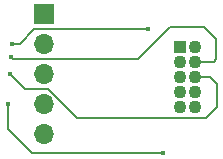
<source format=gbr>
%TF.GenerationSoftware,KiCad,Pcbnew,8.0.3*%
%TF.CreationDate,2024-06-23T22:17:52-05:00*%
%TF.ProjectId,TagConnectAdapter,54616743-6f6e-46e6-9563-744164617074,rev?*%
%TF.SameCoordinates,Original*%
%TF.FileFunction,Copper,L2,Bot*%
%TF.FilePolarity,Positive*%
%FSLAX46Y46*%
G04 Gerber Fmt 4.6, Leading zero omitted, Abs format (unit mm)*
G04 Created by KiCad (PCBNEW 8.0.3) date 2024-06-23 22:17:52*
%MOMM*%
%LPD*%
G01*
G04 APERTURE LIST*
%TA.AperFunction,ComponentPad*%
%ADD10O,1.700000X1.700000*%
%TD*%
%TA.AperFunction,ComponentPad*%
%ADD11R,1.700000X1.700000*%
%TD*%
%TA.AperFunction,ComponentPad*%
%ADD12C,1.100000*%
%TD*%
%TA.AperFunction,ComponentPad*%
%ADD13R,1.100000X1.100000*%
%TD*%
%TA.AperFunction,ViaPad*%
%ADD14C,0.450000*%
%TD*%
%TA.AperFunction,Conductor*%
%ADD15C,0.200000*%
%TD*%
G04 APERTURE END LIST*
D10*
%TO.P,J3,5,Pin_5*%
%TO.N,GND*%
X143800000Y-92470000D03*
%TO.P,J3,4,Pin_4*%
%TO.N,USB_TX*%
X143800000Y-89930000D03*
%TO.P,J3,3,Pin_3*%
%TO.N,USB_RX*%
X143800000Y-87390000D03*
%TO.P,J3,2,Pin_2*%
%TO.N,USB_RTS*%
X143800000Y-84850000D03*
D11*
%TO.P,J3,1,Pin_1*%
%TO.N,USB_CTS*%
X143800000Y-82310000D03*
%TD*%
D12*
%TO.P,J2,9,Pin_9*%
%TO.N,unconnected-(J2-Pin_9-Pad9)*%
X155370000Y-90175000D03*
%TO.P,J2,10,Pin_10*%
%TO.N,~{RESET}*%
X156640000Y-90175000D03*
%TO.P,J2,7,Pin_7*%
%TO.N,unconnected-(J2-Pin_7-Pad7)*%
X155370000Y-88905000D03*
%TO.P,J2,8,Pin_8*%
%TO.N,unconnected-(J2-Pin_8-Pad8)*%
X156640000Y-88905000D03*
%TO.P,J2,5,Pin_5*%
%TO.N,GND*%
X155370000Y-87635000D03*
%TO.P,J2,6,Pin_6*%
%TO.N,SWO*%
X156640000Y-87635000D03*
%TO.P,J2,3,Pin_3*%
%TO.N,GND*%
X155370000Y-86365000D03*
%TO.P,J2,4,Pin_4*%
%TO.N,SWDCLK*%
X156640000Y-86365000D03*
D13*
%TO.P,J2,1,Pin_1*%
%TO.N,+3V0*%
X155370000Y-85095000D03*
D12*
%TO.P,J2,2,Pin_2*%
%TO.N,SWDIO*%
X156640000Y-85095000D03*
%TD*%
D14*
%TO.N,~{RESET}*%
X140775000Y-89915000D03*
X153875000Y-94050000D03*
%TO.N,SWO*%
X140975000Y-87375000D03*
%TO.N,SWDIO*%
X152600000Y-83625000D03*
%TO.N,SWDCLK*%
X141050000Y-85950000D03*
%TO.N,SWDIO*%
X141120970Y-84835000D03*
%TD*%
D15*
%TO.N,SWDCLK*%
X158185000Y-86365000D02*
X156640000Y-86365000D01*
X158425000Y-86125000D02*
X158185000Y-86365000D01*
X154500000Y-83400000D02*
X157350000Y-83400000D01*
X157350000Y-83400000D02*
X158425000Y-84475000D01*
X151800000Y-86100000D02*
X154500000Y-83400000D01*
X141050000Y-85950000D02*
X141200000Y-86100000D01*
X141200000Y-86100000D02*
X151800000Y-86100000D01*
X158425000Y-84475000D02*
X158425000Y-86125000D01*
%TO.N,SWDIO*%
X143000000Y-83625000D02*
X152600000Y-83625000D01*
X141790000Y-84835000D02*
X143000000Y-83625000D01*
X141120970Y-84835000D02*
X141790000Y-84835000D01*
%TO.N,~{RESET}*%
X142800000Y-94050000D02*
X153875000Y-94050000D01*
X140775000Y-92025000D02*
X142800000Y-94050000D01*
X140775000Y-89915000D02*
X140775000Y-92025000D01*
%TO.N,SWO*%
X158475000Y-88225000D02*
X157885000Y-87635000D01*
X157525000Y-91150000D02*
X158475000Y-90200000D01*
X146646346Y-91150000D02*
X157525000Y-91150000D01*
X142250000Y-88650000D02*
X144146346Y-88650000D01*
X158475000Y-90200000D02*
X158475000Y-88225000D01*
X140975000Y-87375000D02*
X142250000Y-88650000D01*
X144146346Y-88650000D02*
X146646346Y-91150000D01*
X157885000Y-87635000D02*
X156640000Y-87635000D01*
%TD*%
M02*

</source>
